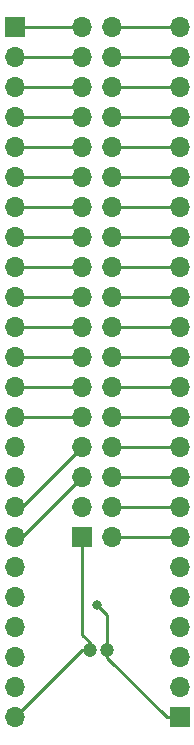
<source format=gbr>
G04 #@! TF.GenerationSoftware,KiCad,Pcbnew,(5.1.6)-1*
G04 #@! TF.CreationDate,2020-07-15T15:37:22+02:00*
G04 #@! TF.ProjectId,PCB_intermedia,5043425f-696e-4746-9572-6d656469612e,rev?*
G04 #@! TF.SameCoordinates,Original*
G04 #@! TF.FileFunction,Copper,L1,Top*
G04 #@! TF.FilePolarity,Positive*
%FSLAX46Y46*%
G04 Gerber Fmt 4.6, Leading zero omitted, Abs format (unit mm)*
G04 Created by KiCad (PCBNEW (5.1.6)-1) date 2020-07-15 15:37:22*
%MOMM*%
%LPD*%
G01*
G04 APERTURE LIST*
G04 #@! TA.AperFunction,ComponentPad*
%ADD10C,1.200000*%
G04 #@! TD*
G04 #@! TA.AperFunction,ComponentPad*
%ADD11O,1.700000X1.700000*%
G04 #@! TD*
G04 #@! TA.AperFunction,ComponentPad*
%ADD12R,1.700000X1.700000*%
G04 #@! TD*
G04 #@! TA.AperFunction,ViaPad*
%ADD13C,0.800000*%
G04 #@! TD*
G04 #@! TA.AperFunction,Conductor*
%ADD14C,0.250000*%
G04 #@! TD*
G04 APERTURE END LIST*
D10*
X106045000Y-125730000D03*
X107545000Y-125730000D03*
D11*
X99695000Y-131445000D03*
X99695000Y-128905000D03*
X99695000Y-126365000D03*
X99695000Y-123825000D03*
X99695000Y-121285000D03*
X99695000Y-118745000D03*
X99695000Y-116205000D03*
X99695000Y-113665000D03*
X99695000Y-111125000D03*
X99695000Y-108585000D03*
X99695000Y-106045000D03*
X99695000Y-103505000D03*
X99695000Y-100965000D03*
X99695000Y-98425000D03*
X99695000Y-95885000D03*
X99695000Y-93345000D03*
X99695000Y-90805000D03*
X99695000Y-88265000D03*
X99695000Y-85725000D03*
X99695000Y-83185000D03*
X99695000Y-80645000D03*
X99695000Y-78105000D03*
X99695000Y-75565000D03*
D12*
X99695000Y-73025000D03*
X113665000Y-131445000D03*
D11*
X113665000Y-128905000D03*
X113665000Y-126365000D03*
X113665000Y-123825000D03*
X113665000Y-121285000D03*
X113665000Y-118745000D03*
X113665000Y-116205000D03*
X113665000Y-113665000D03*
X113665000Y-111125000D03*
X113665000Y-108585000D03*
X113665000Y-106045000D03*
X113665000Y-103505000D03*
X113665000Y-100965000D03*
X113665000Y-98425000D03*
X113665000Y-95885000D03*
X113665000Y-93345000D03*
X113665000Y-90805000D03*
X113665000Y-88265000D03*
X113665000Y-85725000D03*
X113665000Y-83185000D03*
X113665000Y-80645000D03*
X113665000Y-78105000D03*
X113665000Y-75565000D03*
X113665000Y-73025000D03*
D12*
X105410000Y-116205000D03*
D11*
X107950000Y-116205000D03*
X105410000Y-113665000D03*
X107950000Y-113665000D03*
X105410000Y-111125000D03*
X107950000Y-111125000D03*
X105410000Y-108585000D03*
X107950000Y-108585000D03*
X105410000Y-106045000D03*
X107950000Y-106045000D03*
X105410000Y-103505000D03*
X107950000Y-103505000D03*
X105410000Y-100965000D03*
X107950000Y-100965000D03*
X105410000Y-98425000D03*
X107950000Y-98425000D03*
X105410000Y-95885000D03*
X107950000Y-95885000D03*
X105410000Y-93345000D03*
X107950000Y-93345000D03*
X105410000Y-90805000D03*
X107950000Y-90805000D03*
X105410000Y-88265000D03*
X107950000Y-88265000D03*
X105410000Y-85725000D03*
X107950000Y-85725000D03*
X105410000Y-83185000D03*
X107950000Y-83185000D03*
X105410000Y-80645000D03*
X107950000Y-80645000D03*
X105410000Y-78105000D03*
X107950000Y-78105000D03*
X105410000Y-75565000D03*
X107950000Y-75565000D03*
X105410000Y-73025000D03*
X107950000Y-73025000D03*
D13*
X106680000Y-121920000D03*
D14*
X105410000Y-125730000D02*
X106045000Y-125730000D01*
X99695000Y-131445000D02*
X105410000Y-125730000D01*
X105410000Y-116205000D02*
X105410000Y-124460000D01*
X106045000Y-125095000D02*
X106045000Y-125730000D01*
X105410000Y-124460000D02*
X106045000Y-125095000D01*
X107545000Y-126425000D02*
X107545000Y-125730000D01*
X112565000Y-131445000D02*
X107545000Y-126425000D01*
X113665000Y-131445000D02*
X112565000Y-131445000D01*
X107545000Y-125730000D02*
X107545000Y-122785000D01*
X107545000Y-122785000D02*
X106680000Y-121920000D01*
X100330000Y-116205000D02*
X99695000Y-116205000D01*
X105410000Y-111125000D02*
X100330000Y-116205000D01*
X100330000Y-113665000D02*
X99695000Y-113665000D01*
X105410000Y-108585000D02*
X100330000Y-113665000D01*
X104207919Y-106045000D02*
X99695000Y-106045000D01*
X105410000Y-106045000D02*
X104207919Y-106045000D01*
X104207919Y-103505000D02*
X99695000Y-103505000D01*
X105410000Y-103505000D02*
X104207919Y-103505000D01*
X104207919Y-100965000D02*
X99695000Y-100965000D01*
X105410000Y-100965000D02*
X104207919Y-100965000D01*
X104207919Y-98425000D02*
X99695000Y-98425000D01*
X105410000Y-98425000D02*
X104207919Y-98425000D01*
X104207919Y-95885000D02*
X99695000Y-95885000D01*
X105410000Y-95885000D02*
X104207919Y-95885000D01*
X99695000Y-93345000D02*
X105410000Y-93345000D01*
X99695000Y-90805000D02*
X105410000Y-90805000D01*
X99695000Y-88265000D02*
X105410000Y-88265000D01*
X99695000Y-85725000D02*
X105410000Y-85725000D01*
X99695000Y-83185000D02*
X105410000Y-83185000D01*
X99695000Y-80645000D02*
X105410000Y-80645000D01*
X99695000Y-78105000D02*
X105410000Y-78105000D01*
X99695000Y-75565000D02*
X105410000Y-75565000D01*
X99695000Y-73025000D02*
X105410000Y-73025000D01*
X113665000Y-116205000D02*
X107950000Y-116205000D01*
X113665000Y-113665000D02*
X107950000Y-113665000D01*
X107950000Y-111125000D02*
X113665000Y-111125000D01*
X107950000Y-108585000D02*
X113665000Y-108585000D01*
X113665000Y-106045000D02*
X107950000Y-106045000D01*
X113665000Y-103505000D02*
X107950000Y-103505000D01*
X113665000Y-100965000D02*
X107950000Y-100965000D01*
X113665000Y-98425000D02*
X107950000Y-98425000D01*
X113665000Y-95885000D02*
X107950000Y-95885000D01*
X113665000Y-93345000D02*
X107950000Y-93345000D01*
X113665000Y-90805000D02*
X107950000Y-90805000D01*
X113665000Y-88265000D02*
X107950000Y-88265000D01*
X113665000Y-85725000D02*
X107950000Y-85725000D01*
X113665000Y-83185000D02*
X107950000Y-83185000D01*
X113665000Y-80645000D02*
X107950000Y-80645000D01*
X113665000Y-78105000D02*
X107950000Y-78105000D01*
X113665000Y-75565000D02*
X107950000Y-75565000D01*
X113665000Y-73025000D02*
X107950000Y-73025000D01*
M02*

</source>
